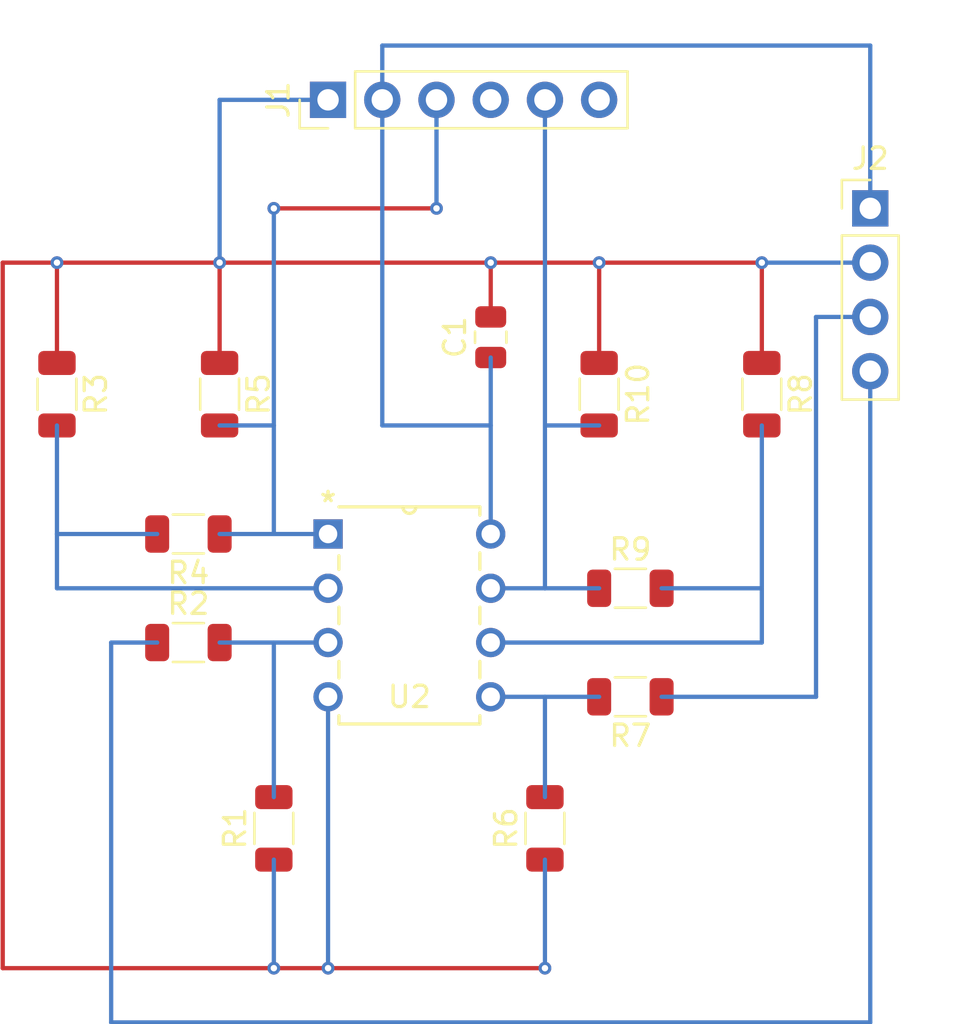
<source format=kicad_pcb>
(kicad_pcb (version 20240108) (generator "pcbnew") (generator_version "8.0")
  (layers (0 "F.Cu" signal) (31 "B.Cu" signal) (34 "B.Paste" user) (35 "F.Paste" user) (36 "B.SilkS" user "B.Silkscreen") (37 "F.SilkS" user "F.Silkscreen") (38 "B.Mask" user) (39 "F.Mask" user) (44 "Edge.Cuts" user))
  (net 0 "")
  (net 1 "VCC")
  (net 2 "GND")
  (net 3 "Net-(U2A-+)")
  (net 4 "in")
  (net 5 "Net-(U2A--)")
  (net 6 "out")
  (net 7 "Net-(U2B-+)")
  (net 8 "Net-(U2B--)")
  (net 11 "Net-(J1-Pin_5)")
  (net 12 "Net-(J2-Pin_3)")
  (footprint "Resistor_SMD:R_1206_3216Metric" (layer "F.Cu") (at 154.94 95.0575 -90)
    (property "Reference" "R8" (at 0 -1.82 90) (layer "F.SilkS"))
    (property "Value" "4.02k")
    (fp_line (start -0.727064 0.91) (end 0.727064 0.91) (stroke (width 0.12)) (layer "F.SilkS"))
    (fp_line (start -0.727064 -0.91) (end 0.727064 -0.91) (stroke (width 0.12)) (layer "F.SilkS"))
    (pad "1" smd roundrect (at -1.4625 0 270) (size 1.125 1.75) (layers "F.Cu" "F.Paste" "F.Mask") (roundrect_rratio 0.222222) (net 2 "GND"))
    (pad "2" smd roundrect (at 1.4625 0 270) (size 1.125 1.75) (layers "F.Cu" "F.Paste" "F.Mask") (roundrect_rratio 0.222222) (net 8 "Net-(U2B--)"))
  )
  (footprint "Resistor_SMD:R_1206_3216Metric" (layer "F.Cu") (at 147.32 95.0575 -90)
    (property "Reference" "R10" (at 0 -1.82 90) (layer "F.SilkS"))
    (property "Value" "1k")
    (fp_line (start -0.727064 0.91) (end 0.727064 0.91) (stroke (width 0.12)) (layer "F.SilkS"))
    (fp_line (start -0.727064 -0.91) (end 0.727064 -0.91) (stroke (width 0.12)) (layer "F.SilkS"))
    (pad "1" smd roundrect (at -1.4625 0 270) (size 1.125 1.75) (layers "F.Cu" "F.Paste" "F.Mask") (roundrect_rratio 0.222222) (net 2 "GND"))
    (pad "2" smd roundrect (at 1.4625 0 270) (size 1.125 1.75) (layers "F.Cu" "F.Paste" "F.Mask") (roundrect_rratio 0.222222) (net 11 "Net-(J1-Pin_5)"))
  )
  (footprint "Resistor_SMD:R_1206_3216Metric" (layer "F.Cu") (at 121.92 95.0575 -90)
    (property "Reference" "R3" (at 0 -1.82 90) (layer "F.SilkS"))
    (property "Value" "4.02k")
    (fp_line (start -0.727064 0.91) (end 0.727064 0.91) (stroke (width 0.12)) (layer "F.SilkS"))
    (fp_line (start -0.727064 -0.91) (end 0.727064 -0.91) (stroke (width 0.12)) (layer "F.SilkS"))
    (pad "1" smd roundrect (at -1.4625 0 270) (size 1.125 1.75) (layers "F.Cu" "F.Paste" "F.Mask") (roundrect_rratio 0.222222) (net 2 "GND"))
    (pad "2" smd roundrect (at 1.4625 0 270) (size 1.125 1.75) (layers "F.Cu" "F.Paste" "F.Mask") (roundrect_rratio 0.222222) (net 5 "Net-(U2A--)"))
  )
  (footprint "Connector_PinHeader_2.54mm:PinHeader_1x06_P2.54mm_Vertical" (layer "F.Cu") (at 134.62 81.28 90)
    (property "Reference" "J1" (at 0 -2.33 90) (layer "F.SilkS"))
    (property "Value" "Conn_01x06")
    (fp_line (start -1.33 -1.33) (end 0 -1.33) (stroke (width 0.12)) (layer "F.SilkS"))
    (fp_line (start -1.33 0) (end -1.33 -1.33) (stroke (width 0.12)) (layer "F.SilkS"))
    (fp_line (start 1.33 1.27) (end 1.33 14.03) (stroke (width 0.12)) (layer "F.SilkS"))
    (fp_line (start -1.33 1.27) (end 1.33 1.27) (stroke (width 0.12)) (layer "F.SilkS"))
    (fp_line (start -1.33 1.27) (end -1.33 14.03) (stroke (width 0.12)) (layer "F.SilkS"))
    (fp_line (start -1.33 14.03) (end 1.33 14.03) (stroke (width 0.12)) (layer "F.SilkS"))
    (pad "1" thru_hole rect (at 0 0 90) (size 1.7 1.7) (drill 1) (layers "*.Cu" "*.Mask") (net 2 "GND"))
    (pad "2" thru_hole oval (at 0 2.54 90) (size 1.7 1.7) (drill 1) (layers "*.Cu" "*.Mask") (net 1 "VCC"))
    (pad "3" thru_hole oval (at 0 5.08 90) (size 1.7 1.7) (drill 1) (layers "*.Cu" "*.Mask") (net 6 "out"))
    (pad "4" thru_hole oval (at 0 7.62 90) (size 1.7 1.7) (drill 1) (layers "*.Cu" "*.Mask"))
    (pad "5" thru_hole oval (at 0 10.16 90) (size 1.7 1.7) (drill 1) (layers "*.Cu" "*.Mask") (net 11 "Net-(J1-Pin_5)"))
    (pad "6" thru_hole oval (at 0 12.7 90) (size 1.7 1.7) (drill 1) (layers "*.Cu" "*.Mask"))
  )
  (footprint "TLV2372:P8" (layer "F.Cu") (at 142.24 109.22)
    (property "Reference" "U2" (at -3.81 0 0) (layer "F.SilkS"))
    (property "Value" "TLV2372")
    (fp_line (start -7.112 -6.60146) (end -7.112 -5.962814) (stroke (width 0.1524)) (layer "F.SilkS"))
    (fp_line (start -7.112 -4.197186) (end -7.112 -3.422814) (stroke (width 0.1524)) (layer "F.SilkS"))
    (fp_line (start -7.112 -1.657186) (end -7.112 -0.882814) (stroke (width 0.1524)) (layer "F.SilkS"))
    (fp_line (start -7.112 0.882814) (end -7.112 1.27) (stroke (width 0.1524)) (layer "F.SilkS"))
    (fp_line (start -7.112 1.27) (end -0.508 1.27) (stroke (width 0.1524)) (layer "F.SilkS"))
    (fp_line (start -0.508 -8.89) (end -7.112 -8.89) (stroke (width 0.1524)) (layer "F.SilkS"))
    (fp_line (start -0.508 -8.502814) (end -0.508 -8.89) (stroke (width 0.1524)) (layer "F.SilkS"))
    (fp_line (start -0.508 -5.962814) (end -0.508 -6.737186) (stroke (width 0.1524)) (layer "F.SilkS"))
    (fp_line (start -0.508 -3.422814) (end -0.508 -4.197186) (stroke (width 0.1524)) (layer "F.SilkS"))
    (fp_line (start -0.508 -0.882814) (end -0.508 -1.657186) (stroke (width 0.1524)) (layer "F.SilkS"))
    (fp_line (start -0.508 1.27) (end -0.508 0.882814) (stroke (width 0.1524)) (layer "F.SilkS"))
    (fp_arc (start -3.5052 -8.89) (mid -3.81 -8.5852) (end -4.1148 -8.89) (stroke (width 0.1524)) (layer "F.SilkS"))
    (fp_text user "*" (at -7.62 -9.0678 0) (layer "F.SilkS"))
    (fp_text user "*" (at -7.62 -9.0678 0) (layer "F.SilkS"))
    (pad "1" thru_hole rect (at -7.62 -7.62) (size 1.3716 1.3716) (drill 0.8636) (layers "*.Cu" "*.Mask") (net 6 "out"))
    (pad "2" thru_hole circle (at -7.62 -5.08) (size 1.3716 1.3716) (drill 0.8636) (layers "*.Cu" "*.Mask") (net 5 "Net-(U2A--)"))
    (pad "3" thru_hole circle (at -7.62 -2.54) (size 1.3716 1.3716) (drill 0.8636) (layers "*.Cu" "*.Mask") (net 3 "Net-(U2A-+)"))
    (pad "4" thru_hole circle (at -7.62 0) (size 1.3716 1.3716) (drill 0.8636) (layers "*.Cu" "*.Mask") (net 2 "GND"))
    (pad "5" thru_hole circle (at 0 0) (size 1.3716 1.3716) (drill 0.8636) (layers "*.Cu" "*.Mask") (net 7 "Net-(U2B-+)"))
    (pad "6" thru_hole circle (at 0 -2.54) (size 1.3716 1.3716) (drill 0.8636) (layers "*.Cu" "*.Mask") (net 8 "Net-(U2B--)"))
    (pad "7" thru_hole circle (at 0 -5.08) (size 1.3716 1.3716) (drill 0.8636) (layers "*.Cu" "*.Mask") (net 11 "Net-(J1-Pin_5)"))
    (pad "8" thru_hole circle (at 0 -7.62) (size 1.3716 1.3716) (drill 0.8636) (layers "*.Cu" "*.Mask") (net 1 "VCC"))
  )
  (footprint "Connector_PinHeader_2.54mm:PinHeader_1x04_P2.54mm_Vertical" (layer "F.Cu") (at 160.02 86.36)
    (property "Reference" "J2" (at 0 -2.33 0) (layer "F.SilkS"))
    (property "Value" "Conn_01x04")
    (fp_line (start -1.33 -1.33) (end 0 -1.33) (stroke (width 0.12)) (layer "F.SilkS"))
    (fp_line (start -1.33 0) (end -1.33 -1.33) (stroke (width 0.12)) (layer "F.SilkS"))
    (fp_line (start -1.33 1.27) (end -1.33 8.95) (stroke (width 0.12)) (layer "F.SilkS"))
    (fp_line (start -1.33 1.27) (end 1.33 1.27) (stroke (width 0.12)) (layer "F.SilkS"))
    (fp_line (start -1.33 8.95) (end 1.33 8.95) (stroke (width 0.12)) (layer "F.SilkS"))
    (fp_line (start 1.33 1.27) (end 1.33 8.95) (stroke (width 0.12)) (layer "F.SilkS"))
    (pad "1" thru_hole rect (at 0 0) (size 1.7 1.7) (drill 1) (layers "*.Cu" "*.Mask") (net 1 "VCC"))
    (pad "2" thru_hole oval (at 0 2.54) (size 1.7 1.7) (drill 1) (layers "*.Cu" "*.Mask") (net 2 "GND"))
    (pad "3" thru_hole oval (at 0 5.08) (size 1.7 1.7) (drill 1) (layers "*.Cu" "*.Mask") (net 12 "Net-(J2-Pin_3)"))
    (pad "4" thru_hole oval (at 0 7.62) (size 1.7 1.7) (drill 1) (layers "*.Cu" "*.Mask") (net 4 "in"))
  )
  (footprint "Resistor_SMD:R_1206_3216Metric" (layer "F.Cu") (at 128.0775 106.68)
    (property "Reference" "R2" (at 0 -1.82 0) (layer "F.SilkS"))
    (property "Value" "360")
    (fp_line (start -0.727064 -0.91) (end 0.727064 -0.91) (stroke (width 0.12)) (layer "F.SilkS"))
    (fp_line (start -0.727064 0.91) (end 0.727064 0.91) (stroke (width 0.12)) (layer "F.SilkS"))
    (pad "1" smd roundrect (at -1.4625 0) (size 1.125 1.75) (layers "F.Cu" "F.Paste" "F.Mask") (roundrect_rratio 0.222222) (net 4 "in"))
    (pad "2" smd roundrect (at 1.4625 0) (size 1.125 1.75) (layers "F.Cu" "F.Paste" "F.Mask") (roundrect_rratio 0.222222) (net 3 "Net-(U2A-+)"))
  )
  (footprint "Resistor_SMD:R_1206_3216Metric" (layer "F.Cu") (at 148.7825 109.22 180)
    (property "Reference" "R7" (at 0 -1.82 0) (layer "F.SilkS"))
    (property "Value" "360")
    (fp_line (start -0.727064 0.91) (end 0.727064 0.91) (stroke (width 0.12)) (layer "F.SilkS"))
    (fp_line (start -0.727064 -0.91) (end 0.727064 -0.91) (stroke (width 0.12)) (layer "F.SilkS"))
    (pad "1" smd roundrect (at -1.4625 0 180) (size 1.125 1.75) (layers "F.Cu" "F.Paste" "F.Mask") (roundrect_rratio 0.222222) (net 12 "Net-(J2-Pin_3)"))
    (pad "2" smd roundrect (at 1.4625 0 180) (size 1.125 1.75) (layers "F.Cu" "F.Paste" "F.Mask") (roundrect_rratio 0.222222) (net 7 "Net-(U2B-+)"))
  )
  (footprint "Resistor_SMD:R_1206_3216Metric" (layer "F.Cu") (at 148.7825 104.14)
    (property "Reference" "R9" (at 0 -1.82 0) (layer "F.SilkS"))
    (property "Value" "2.21k")
    (fp_line (start -0.727064 -0.91) (end 0.727064 -0.91) (stroke (width 0.12)) (layer "F.SilkS"))
    (fp_line (start -0.727064 0.91) (end 0.727064 0.91) (stroke (width 0.12)) (layer "F.SilkS"))
    (pad "1" smd roundrect (at -1.4625 0) (size 1.125 1.75) (layers "F.Cu" "F.Paste" "F.Mask") (roundrect_rratio 0.222222) (net 11 "Net-(J1-Pin_5)"))
    (pad "2" smd roundrect (at 1.4625 0) (size 1.125 1.75) (layers "F.Cu" "F.Paste" "F.Mask") (roundrect_rratio 0.222222) (net 8 "Net-(U2B--)"))
  )
  (footprint "Capacitor_SMD:C_0805_2012Metric" (layer "F.Cu") (at 142.24 92.39 90)
    (property "Reference" "C1" (at 0 -1.68 90) (layer "F.SilkS"))
    (property "Value" "0.1u")
    (fp_line (start -0.261252 -0.735) (end 0.261252 -0.735) (stroke (width 0.12)) (layer "F.SilkS"))
    (fp_line (start -0.261252 0.735) (end 0.261252 0.735) (stroke (width 0.12)) (layer "F.SilkS"))
    (pad "1" smd roundrect (at -0.95 0 90) (size 1 1.45) (layers "F.Cu" "F.Paste" "F.Mask") (net 1 "VCC"))
    (pad "2" smd roundrect (at 0.95 0 90) (size 1 1.45) (layers "F.Cu" "F.Paste" "F.Mask") (net 2 "GND"))
  )
  (footprint "Resistor_SMD:R_1206_3216Metric" (layer "F.Cu") (at 128.0775 101.6 180)
    (property "Reference" "R4" (at 0 -1.82 0) (layer "F.SilkS"))
    (property "Value" "2.21k")
    (fp_line (start -0.727064 0.91) (end 0.727064 0.91) (stroke (width 0.12)) (layer "F.SilkS"))
    (fp_line (start -0.727064 -0.91) (end 0.727064 -0.91) (stroke (width 0.12)) (layer "F.SilkS"))
    (pad "1" smd roundrect (at -1.4625 0 180) (size 1.125 1.75) (layers "F.Cu" "F.Paste" "F.Mask") (roundrect_rratio 0.222222) (net 6 "out"))
    (pad "2" smd roundrect (at 1.4625 0 180) (size 1.125 1.75) (layers "F.Cu" "F.Paste" "F.Mask") (roundrect_rratio 0.222222) (net 5 "Net-(U2A--)"))
  )
  (footprint "Resistor_SMD:R_1206_3216Metric" (layer "F.Cu") (at 144.78 115.3775 90)
    (property "Reference" "R6" (at 0 -1.82 90) (layer "F.SilkS"))
    (property "Value" "220")
    (fp_line (start -0.727064 -0.91) (end 0.727064 -0.91) (stroke (width 0.12)) (layer "F.SilkS"))
    (fp_line (start -0.727064 0.91) (end 0.727064 0.91) (stroke (width 0.12)) (layer "F.SilkS"))
    (pad "1" smd roundrect (at -1.4625 0 90) (size 1.125 1.75) (layers "F.Cu" "F.Paste" "F.Mask") (roundrect_rratio 0.222222) (net 2 "GND"))
    (pad "2" smd roundrect (at 1.4625 0 90) (size 1.125 1.75) (layers "F.Cu" "F.Paste" "F.Mask") (roundrect_rratio 0.222222) (net 7 "Net-(U2B-+)"))
  )
  (footprint "Resistor_SMD:R_1206_3216Metric" (layer "F.Cu") (at 132.08 115.3775 90)
    (property "Reference" "R1" (at 0 -1.82 90) (layer "F.SilkS"))
    (property "Value" "220")
    (fp_line (start -0.727064 -0.91) (end 0.727064 -0.91) (stroke (width 0.12)) (layer "F.SilkS"))
    (fp_line (start -0.727064 0.91) (end 0.727064 0.91) (stroke (width 0.12)) (layer "F.SilkS"))
    (pad "1" smd roundrect (at -1.4625 0 90) (size 1.125 1.75) (layers "F.Cu" "F.Paste" "F.Mask") (roundrect_rratio 0.222222) (net 2 "GND"))
    (pad "2" smd roundrect (at 1.4625 0 90) (size 1.125 1.75) (layers "F.Cu" "F.Paste" "F.Mask") (roundrect_rratio 0.222222) (net 3 "Net-(U2A-+)"))
  )
  (footprint "Resistor_SMD:R_1206_3216Metric" (layer "F.Cu") (at 129.54 95.0575 -90)
    (property "Reference" "R5" (at 0 -1.82 90) (layer "F.SilkS"))
    (property "Value" "1k")
    (fp_line (start -0.727064 0.91) (end 0.727064 0.91) (stroke (width 0.12)) (layer "F.SilkS"))
    (fp_line (start -0.727064 -0.91) (end 0.727064 -0.91) (stroke (width 0.12)) (layer "F.SilkS"))
    (pad "1" smd roundrect (at -1.4625 0 270) (size 1.125 1.75) (layers "F.Cu" "F.Paste" "F.Mask") (roundrect_rratio 0.222222) (net 2 "GND"))
    (pad "2" smd roundrect (at 1.4625 0 270) (size 1.125 1.75) (layers "F.Cu" "F.Paste" "F.Mask") (roundrect_rratio 0.222222) (net 6 "out"))
  )
  (segment (start 142.24 93.34) (end 142.24 101.6) (width 0.2) (layer "B.Cu") (net 1))
  (segment (start 137.16 81.28) (end 137.16 78.74) (width 0.2) (layer "B.Cu") (net 1))
  (segment (start 142.24 96.52) (end 137.16 96.52) (width 0.2) (layer "B.Cu") (net 1))
  (segment (start 137.16 96.52) (end 137.16 81.28) (width 0.2) (layer "B.Cu") (net 1))
  (segment (start 137.16 78.74) (end 160.02 78.74) (width 0.2) (layer "B.Cu") (net 1))
  (segment (start 160.02 78.74) (end 160.02 86.36) (width 0.2) (layer "B.Cu") (net 1))
  (segment (start 129.54 93.595) (end 129.54 88.9) (width 0.2) (layer "F.Cu") (net 2))
  (segment (start 121.92 88.9) (end 129.54 88.9) (width 0.2) (layer "F.Cu") (net 2))
  (segment (start 119.38 121.92) (end 119.38 88.9) (width 0.2) (layer "F.Cu") (net 2))
  (segment (start 147.32 88.9) (end 154.94 88.9) (width 0.2) (layer "F.Cu") (net 2))
  (segment (start 154.94 93.595) (end 154.94 88.9) (width 0.2) (layer "F.Cu") (net 2))
  (segment (start 129.54 88.9) (end 142.24 88.9) (width 0.2) (layer "F.Cu") (net 2))
  (segment (start 134.62 121.92) (end 144.78 121.92) (width 0.2) (layer "F.Cu") (net 2))
  (segment (start 142.24 88.9) (end 147.32 88.9) (width 0.2) (layer "F.Cu") (net 2))
  (segment (start 134.62 121.92) (end 119.38 121.92) (width 0.2) (layer "F.Cu") (net 2))
  (segment (start 142.24 91.44) (end 142.24 88.9) (width 0.2) (layer "F.Cu") (net 2))
  (segment (start 147.32 93.595) (end 147.32 88.9) (width 0.2) (layer "F.Cu") (net 2))
  (segment (start 121.92 93.595) (end 121.92 88.9) (width 0.2) (layer "F.Cu") (net 2))
  (segment (start 119.38 88.9) (end 121.92 88.9) (width 0.2) (layer "F.Cu") (net 2))
  (via (at 129.54 88.9) (size 0.6) (drill 0.3) (layers "F.Cu" "B.Cu") (net 2))
  (via (at 132.08 121.92) (size 0.6) (drill 0.3) (layers "F.Cu" "B.Cu") (net 2))
  (via (at 144.78 121.92) (size 0.6) (drill 0.3) (layers "F.Cu" "B.Cu") (net 2))
  (via (at 121.92 88.9) (size 0.6) (drill 0.3) (layers "F.Cu" "B.Cu") (net 2))
  (via (at 147.32 88.9) (size 0.6) (drill 0.3) (layers "F.Cu" "B.Cu") (net 2))
  (via (at 154.94 88.9) (size 0.6) (drill 0.3) (layers "F.Cu" "B.Cu") (net 2))
  (via (at 134.62 121.92) (size 0.6) (drill 0.3) (layers "F.Cu" "B.Cu") (net 2))
  (via (at 142.24 88.9) (size 0.6) (drill 0.3) (layers "F.Cu" "B.Cu") (net 2))
  (segment (start 144.78 121.92) (end 144.78 116.84) (width 0.2) (layer "B.Cu") (net 2))
  (segment (start 154.94 88.9) (end 160.02 88.9) (width 0.2) (layer "B.Cu") (net 2))
  (segment (start 129.54 81.28) (end 129.54 88.9) (width 0.2) (layer "B.Cu") (net 2))
  (segment (start 129.54 81.28) (end 134.62 81.28) (width 0.2) (layer "B.Cu") (net 2))
  (segment (start 132.08 121.92) (end 132.08 116.84) (width 0.2) (layer "B.Cu") (net 2))
  (segment (start 134.62 121.92) (end 134.62 109.22) (width 0.2) (layer "B.Cu") (net 2))
  (segment (start 129.54 106.68) (end 134.62 106.68) (width 0.2) (layer "B.Cu") (net 3))
  (segment (start 132.08 113.915) (end 132.08 106.68) (width 0.2) (layer "B.Cu") (net 3))
  (segment (start 124.46 106.68) (end 126.615 106.68) (width 0.2) (layer "B.Cu") (net 4))
  (segment (start 124.46 124.46) (end 124.46 106.68) (width 0.2) (layer "B.Cu") (net 4))
  (segment (start 160.02 93.98) (end 160.02 124.46) (width 0.2) (layer "B.Cu") (net 4))
  (segment (start 160.02 124.46) (end 124.46 124.46) (width 0.2) (layer "B.Cu") (net 4))
  (segment (start 121.92 101.6) (end 121.92 104.14) (width 0.2) (layer "B.Cu") (net 5))
  (segment (start 121.92 104.14) (end 134.62 104.14) (width 0.2) (layer "B.Cu") (net 5))
  (segment (start 121.92 101.6) (end 126.615 101.6) (width 0.2) (layer "B.Cu") (net 5))
  (segment (start 121.92 96.52) (end 121.92 101.6) (width 0.2) (layer "B.Cu") (net 5))
  (segment (start 132.08 86.36) (end 139.7 86.36) (width 0.2) (layer "F.Cu") (net 6))
  (via (at 132.08 86.36) (size 0.6) (drill 0.3) (layers "F.Cu" "B.Cu") (net 6))
  (via (at 139.7 86.36) (size 0.6) (drill 0.3) (layers "F.Cu" "B.Cu") (net 6))
  (segment (start 132.08 101.6) (end 129.54 101.6) (width 0.2) (layer "B.Cu") (net 6))
  (segment (start 132.08 101.6) (end 132.08 86.36) (width 0.2) (layer "B.Cu") (net 6))
  (segment (start 139.7 86.36) (end 139.7 81.28) (width 0.2) (layer "B.Cu") (net 6))
  (segment (start 132.08 96.52) (end 129.54 96.52) (width 0.2) (layer "B.Cu") (net 6))
  (segment (start 134.62 101.6) (end 132.08 101.6) (width 0.2) (layer "B.Cu") (net 6))
  (segment (start 144.78 113.915) (end 144.78 109.22) (width 0.2) (layer "B.Cu") (net 7))
  (segment (start 142.24 109.22) (end 147.32 109.22) (width 0.2) (layer "B.Cu") (net 7))
  (segment (start 154.94 106.68) (end 154.94 96.52) (width 0.2) (layer "B.Cu") (net 8))
  (segment (start 142.24 106.68) (end 154.94 106.68) (width 0.2) (layer "B.Cu") (net 8))
  (segment (start 150.245 104.14) (end 154.94 104.14) (width 0.2) (layer "B.Cu") (net 8))
  (segment (start 144.78 81.28) (end 144.78 99.06) (width 0.2) (layer "B.Cu") (net 11))
  (segment (start 144.78 104.14) (end 147.32 104.14) (width 0.2) (layer "B.Cu") (net 11))
  (segment (start 144.78 99.06) (end 144.78 104.14) (width 0.2) (layer "B.Cu") (net 11))
  (segment (start 147.32 96.52) (end 144.78 96.52) (width 0.2) (layer "B.Cu") (net 11))
  (segment (start 142.24 104.14) (end 144.78 104.14) (width 0.2) (layer "B.Cu") (net 11))
  (segment (start 157.48 91.44) (end 160.02 91.44) (width 0.2) (layer "B.Cu") (net 12))
  (segment (start 150.245 109.22) (end 157.48 109.22) (width 0.2) (layer "B.Cu") (net 12))
  (segment (start 157.48 109.22) (end 157.48 91.44) (width 0.2) (layer "B.Cu") (net 12))
)
</source>
